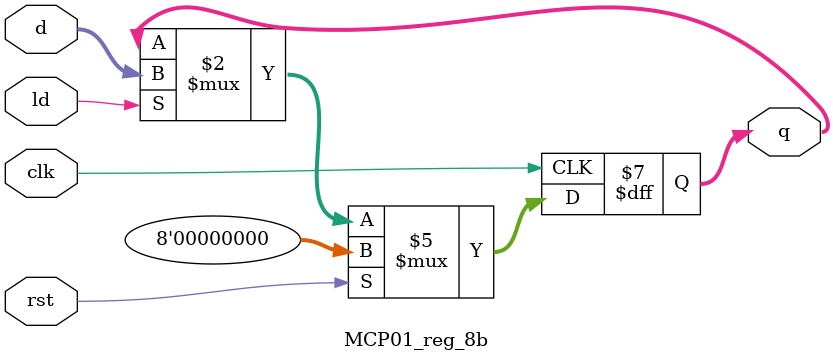
<source format=v>
module MCP01_reg_8b(d, ld, rst, clk, q);
	input [7:0] d;
	input ld, rst, clk;
	output [7:0] q;
	reg [7:0] q;
	
	always @(posedge clk)
		if(rst)
			q <= 8'b0000_0000;
		else if(ld)
			q <= d;

endmodule
</source>
